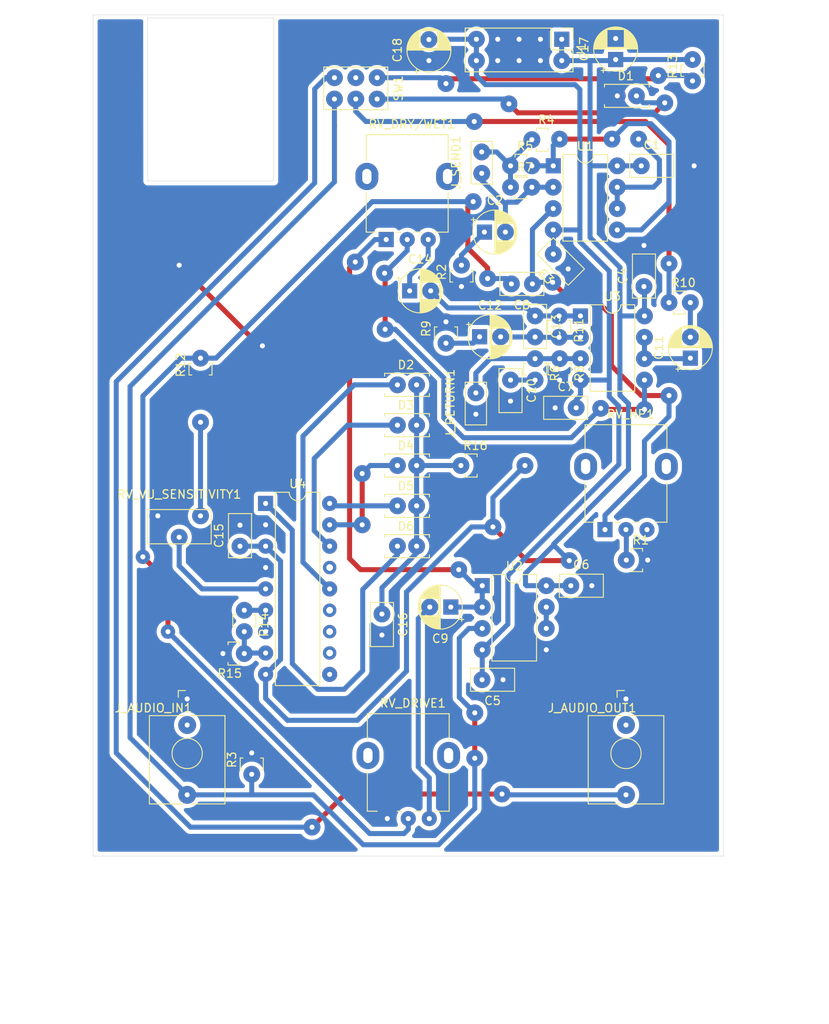
<source format=kicad_pcb>
(kicad_pcb (version 20171130) (host pcbnew "(5.1.7-0-10_14)")
  (layers (0 F.Cu signal) (31 B.Cu signal) (34 B.Paste user) (35 F.Paste user) (36 B.SilkS user) (37 F.SilkS user) (38 B.Mask user) (39 F.Mask user) (44 Edge.Cuts user))
  (net 0 "")
  (net 1 +12V)
  (net 2 GND)
  (net 3 "Net-(C2-Pad1)")
  (net 4 "Net-(C2-Pad2)")
  (net 5 -12V)
  (net 6 DRIVE)
  (net 7 "Net-(C8-Pad1)")
  (net 8 "Net-(C9-Pad2)")
  (net 9 "Net-(C9-Pad1)")
  (net 10 "Net-(C10-Pad1)")
  (net 11 "Net-(C11-Pad2)")
  (net 12 "Net-(C11-Pad1)")
  (net 13 "Net-(C12-Pad2)")
  (net 14 "Net-(C12-Pad1)")
  (net 15 "Net-(C13-Pad1)")
  (net 16 PREAMP)
  (net 17 "Net-(C16-Pad1)")
  (net 18 "Net-(D1-Pad2)")
  (net 19 "Net-(D2-Pad1)")
  (net 20 "Net-(D3-Pad1)")
  (net 21 "Net-(D4-Pad1)")
  (net 22 "Net-(D5-Pad1)")
  (net 23 "Net-(D6-Pad1)")
  (net 24 RAW_INPUT)
  (net 25 "Net-(J_AUDIO_OUT1-PadT)")
  (net 26 "Net-(J_RETURN1-Pad1)")
  (net 27 "Net-(J_SEND1-Pad1)")
  (net 28 "Net-(R1-Pad1)")
  (net 29 "Net-(R4-Pad2)")
  (net 30 "Net-(R5-Pad2)")
  (net 31 FX_OUTPUT)
  (net 32 "Net-(R12-Pad1)")
  (net 33 "Net-(R13-Pad1)")
  (net 34 "Net-(R14-Pad2)")
  (net 35 "Net-(R14-Pad1)")
  (net 36 "Net-(RV_DRY/WET1-Pad2)")
  (net 37 "Net-(RV_HP1-Pad3)")
  (net 38 "Net-(RV_VU_SENSITIVITY1-Pad2)")
  (net 39 "Net-(SW1-Pad4)")
  (net 40 "Net-(U2-Pad6)")
  (net 41 "Net-(U4-Pad10)")
  (net 42 "Net-(U4-Pad11)")
  (net 43 "Net-(U4-Pad12)")
  (net 44 "Net-(U4-Pad13)")
  (net 45 "Net-(U4-Pad15)")
  (net 46 "Net-(J_AUDIO_IN1-PadTN)")
  (net 47 "Net-(J_AUDIO_OUT1-PadTN)")
  (module Zimo_Manual_PCB:C_Disc_D5.0mm_W2.5mm_P2.50mm (layer F.Cu) (at 165.227 59.309)
    (fp_text reference C1 (at 1.25 -2.5) (layer F.SilkS))
    (fp_text value 100n)
    (pad 1 thru_hole circle (at 0 0) (size 2 2) (drill 0.6) (layers *.Cu *.Mask) (net 1 +12V))
    (pad 2 thru_hole circle (at 6.2865 0) (size 2 2) (drill 0.6) (layers *.Cu *.Mask) (net 2 GND))
  )
  (module Zimo_Manual_PCB:CP_Radial_D5.0mm_P2.50mm (layer F.Cu) (at 146.558 67.183)
    (fp_text reference C2 (at 1.25 -3.75) (layer F.SilkS))
    (fp_text value 10u)
    (pad 1 thru_hole rect (at 0 0) (size 1.8 1.8) (drill 0.6) (layers *.Cu *.Mask) (net 3 "Net-(C2-Pad1)"))
    (pad 2 thru_hole circle (at 2.5 0) (size 2 2) (drill 0.6) (layers *.Cu *.Mask) (net 4 "Net-(C2-Pad2)"))
  )
  (module Zimo_Manual_PCB:C_Disc_D5.0mm_W2.5mm_P2.50mm (layer F.Cu) (at 156.5275 71.5645 135)
    (fp_text reference C3 (at 1.25 -2.5 135) (layer F.SilkS))
    (fp_text value 100n)
    (pad 2 thru_hole circle (at 2.5 0 135) (size 2 2) (drill 0.6) (layers *.Cu *.Mask) (net 5 -12V))
    (pad 1 thru_hole circle (at 0 0 135) (size 2 2) (drill 0.6) (layers *.Cu *.Mask) (net 2 GND))
  )
  (module Zimo_Manual_PCB:C_Disc_D5.0mm_W2.5mm_P2.50mm (layer F.Cu) (at 165.5445 73.66 90)
    (fp_text reference C4 (at 1.25 -2.5 90) (layer F.SilkS))
    (fp_text value 100n)
    (pad 2 thru_hole circle (at 4.8895 0 90) (size 2 2) (drill 0.6) (layers *.Cu *.Mask) (net 2 GND))
    (pad 1 thru_hole circle (at 0 0 90) (size 2 2) (drill 0.6) (layers *.Cu *.Mask) (net 1 +12V))
  )
  (module Zimo_Manual_PCB:C_Disc_D5.0mm_W2.5mm_P2.50mm (layer F.Cu) (at 148.7805 120.396 180)
    (fp_text reference C5 (at 1.25 -2.5) (layer F.SilkS))
    (fp_text value 100n)
    (pad 1 thru_hole circle (at 0 0 180) (size 2 2) (drill 0.6) (layers *.Cu *.Mask) (net 2 GND))
    (pad 2 thru_hole circle (at 2.5 0 180) (size 2 2) (drill 0.6) (layers *.Cu *.Mask) (net 5 -12V))
  )
  (module Zimo_Manual_PCB:C_Disc_D5.0mm_W2.5mm_P2.50mm (layer F.Cu) (at 156.845 109.22)
    (fp_text reference C6 (at 1.25 -2.5) (layer F.SilkS))
    (fp_text value 100n)
    (pad 2 thru_hole circle (at 2.5 0) (size 2 2) (drill 0.6) (layers *.Cu *.Mask) (net 2 GND))
    (pad 1 thru_hole circle (at 0 0) (size 2 2) (drill 0.6) (layers *.Cu *.Mask) (net 1 +12V))
  )
  (module Zimo_Manual_PCB:C_Disc_D5.0mm_W2.5mm_P2.50mm (layer F.Cu) (at 154.98 88.0745)
    (fp_text reference C7 (at 1.25 -2.5) (layer F.SilkS))
    (fp_text value 100n)
    (pad 1 thru_hole circle (at 0 0) (size 2 2) (drill 0.6) (layers *.Cu *.Mask) (net 2 GND))
    (pad 2 thru_hole circle (at 2.5 0) (size 2 2) (drill 0.6) (layers *.Cu *.Mask) (net 5 -12V))
  )
  (module Zimo_Manual_PCB:C_Disc_D5.0mm_W2.5mm_P2.50mm (layer F.Cu) (at 152.273 73.3425 180)
    (fp_text reference C8 (at 1.25 -2.5) (layer F.SilkS))
    (fp_text value 47n)
    (pad 2 thru_hole circle (at 2.5 0 180) (size 2 2) (drill 0.6) (layers *.Cu *.Mask) (net 6 DRIVE))
    (pad 1 thru_hole circle (at 0 0 180) (size 2 2) (drill 0.6) (layers *.Cu *.Mask) (net 7 "Net-(C8-Pad1)"))
  )
  (module Zimo_Manual_PCB:CP_Radial_D5.0mm_P2.50mm (layer F.Cu) (at 142.5575 111.76 180)
    (fp_text reference C9 (at 1.25 -3.75) (layer F.SilkS))
    (fp_text value 10u)
    (pad 2 thru_hole circle (at 2.5 0 180) (size 2 2) (drill 0.6) (layers *.Cu *.Mask) (net 8 "Net-(C9-Pad2)"))
    (pad 1 thru_hole rect (at 0 0 180) (size 1.8 1.8) (drill 0.6) (layers *.Cu *.Mask) (net 9 "Net-(C9-Pad1)"))
  )
  (module Zimo_Manual_PCB:C_Disc_D5.0mm_W2.5mm_P2.50mm (layer F.Cu) (at 149.6695 84.7725 270)
    (fp_text reference C10 (at 1.25 -2.5 90) (layer F.SilkS))
    (fp_text value 22n)
    (pad 1 thru_hole circle (at 0 0 270) (size 2 2) (drill 0.6) (layers *.Cu *.Mask) (net 10 "Net-(C10-Pad1)"))
    (pad 2 thru_hole circle (at 2.5 0 270) (size 2 2) (drill 0.6) (layers *.Cu *.Mask) (net 2 GND))
  )
  (module Zimo_Manual_PCB:CP_Radial_D5.0mm_P2.50mm (layer F.Cu) (at 171.069 82.169 90)
    (fp_text reference C11 (at 1.25 -3.75 90) (layer F.SilkS))
    (fp_text value 10u)
    (pad 2 thru_hole circle (at 2.5 0 90) (size 2 2) (drill 0.6) (layers *.Cu *.Mask) (net 11 "Net-(C11-Pad2)"))
    (pad 1 thru_hole rect (at 0 0 90) (size 1.8 1.8) (drill 0.6) (layers *.Cu *.Mask) (net 12 "Net-(C11-Pad1)"))
  )
  (module Zimo_Manual_PCB:CP_Radial_D5.0mm_P2.50mm (layer F.Cu) (at 145.9865 79.629)
    (fp_text reference C12 (at 1.25 -3.75) (layer F.SilkS))
    (fp_text value 10u)
    (pad 2 thru_hole circle (at 2.5 0) (size 2 2) (drill 0.6) (layers *.Cu *.Mask) (net 13 "Net-(C12-Pad2)"))
    (pad 1 thru_hole rect (at 0 0) (size 1.8 1.8) (drill 0.6) (layers *.Cu *.Mask) (net 14 "Net-(C12-Pad1)"))
  )
  (module Zimo_Manual_PCB:C_Disc_D5.0mm_W2.5mm_P2.50mm (layer F.Cu) (at 152.5905 77.1525 270)
    (fp_text reference C13 (at 1.25 -2.5 90) (layer F.SilkS))
    (fp_text value 1n)
    (pad 2 thru_hole circle (at 2.5 0 270) (size 2 2) (drill 0.6) (layers *.Cu *.Mask) (net 13 "Net-(C12-Pad2)"))
    (pad 1 thru_hole circle (at 0 0 270) (size 2 2) (drill 0.6) (layers *.Cu *.Mask) (net 15 "Net-(C13-Pad1)"))
  )
  (module Zimo_Manual_PCB:CP_Radial_D5.0mm_P2.50mm (layer F.Cu) (at 137.668 74.168)
    (fp_text reference C14 (at 1.25 -3.75) (layer F.SilkS))
    (fp_text value 10u)
    (pad 1 thru_hole rect (at 0 0) (size 1.8 1.8) (drill 0.6) (layers *.Cu *.Mask) (net 16 PREAMP))
    (pad 2 thru_hole circle (at 2.5 0) (size 2 2) (drill 0.6) (layers *.Cu *.Mask) (net 15 "Net-(C13-Pad1)"))
  )
  (module Zimo_Manual_PCB:C_Disc_D5.0mm_W2.5mm_P2.50mm (layer F.Cu) (at 117.475 104.521 90)
    (fp_text reference C15 (at 1.25 -2.5 90) (layer F.SilkS))
    (fp_text value 100n)
    (pad 1 thru_hole circle (at 0 0 90) (size 2 2) (drill 0.6) (layers *.Cu *.Mask) (net 1 +12V))
    (pad 2 thru_hole circle (at 2.5 0 90) (size 2 2) (drill 0.6) (layers *.Cu *.Mask) (net 2 GND))
  )
  (module Zimo_Manual_PCB:C_Disc_D5.0mm_W2.5mm_P2.50mm (layer F.Cu) (at 134.366 112.5855 270)
    (fp_text reference C16 (at 1.25 -2.5 90) (layer F.SilkS))
    (fp_text value 100n)
    (pad 2 thru_hole circle (at 2.5 0 270) (size 2 2) (drill 0.6) (layers *.Cu *.Mask) (net 2 GND))
    (pad 1 thru_hole circle (at 0 0 270) (size 2 2) (drill 0.6) (layers *.Cu *.Mask) (net 17 "Net-(C16-Pad1)"))
  )
  (module Zimo_Manual_PCB:D_Axial-Vertical (layer F.Cu) (at 162.3695 50.9905)
    (fp_text reference D1 (at 1.016 -2.37) (layer F.SilkS))
    (fp_text value "Green LED")
    (pad 2 thru_hole oval (at 2.286 0) (size 2 2) (drill 0.6) (layers *.Cu *.Mask) (net 18 "Net-(D1-Pad2)"))
    (pad 1 thru_hole circle (at 0 0) (size 2 2) (drill 0.6) (layers *.Cu *.Mask) (net 2 GND))
  )
  (module Zimo_Manual_PCB:D_Axial-Vertical (layer F.Cu) (at 136.2075 85.344)
    (fp_text reference D2 (at 1.016 -2.37) (layer F.SilkS))
    (fp_text value "Red LED")
    (pad 1 thru_hole circle (at 0 0) (size 2 2) (drill 0.6) (layers *.Cu *.Mask) (net 19 "Net-(D2-Pad1)"))
    (pad 2 thru_hole oval (at 2.286 0) (size 2 2) (drill 0.6) (layers *.Cu *.Mask) (net 17 "Net-(C16-Pad1)"))
  )
  (module Zimo_Manual_PCB:D_Axial-Vertical (layer F.Cu) (at 136.2075 90.13825)
    (fp_text reference D3 (at 1.016 -2.37) (layer F.SilkS))
    (fp_text value "Yellow LED")
    (pad 2 thru_hole oval (at 2.286 0) (size 2 2) (drill 0.6) (layers *.Cu *.Mask) (net 17 "Net-(C16-Pad1)"))
    (pad 1 thru_hole circle (at 0 0) (size 2 2) (drill 0.6) (layers *.Cu *.Mask) (net 20 "Net-(D3-Pad1)"))
  )
  (module Zimo_Manual_PCB:D_Axial-Vertical (layer F.Cu) (at 136.2075 94.9325)
    (fp_text reference D4 (at 1.016 -2.37) (layer F.SilkS))
    (fp_text value "Green LED")
    (pad 1 thru_hole circle (at 0 0) (size 2 2) (drill 0.6) (layers *.Cu *.Mask) (net 21 "Net-(D4-Pad1)"))
    (pad 2 thru_hole oval (at 2.286 0) (size 2 2) (drill 0.6) (layers *.Cu *.Mask) (net 17 "Net-(C16-Pad1)"))
  )
  (module Zimo_Manual_PCB:D_Axial-Vertical (layer F.Cu) (at 136.2075 99.72675)
    (fp_text reference D5 (at 1.016 -2.37) (layer F.SilkS))
    (fp_text value "Green LED")
    (pad 2 thru_hole oval (at 2.286 0) (size 2 2) (drill 0.6) (layers *.Cu *.Mask) (net 17 "Net-(C16-Pad1)"))
    (pad 1 thru_hole circle (at 0 0) (size 2 2) (drill 0.6) (layers *.Cu *.Mask) (net 22 "Net-(D5-Pad1)"))
  )
  (module Zimo_Manual_PCB:D_Axial-Vertical (layer F.Cu) (at 136.2075 104.521)
    (fp_text reference D6 (at 1.016 -2.37) (layer F.SilkS))
    (fp_text value "Green LED")
    (pad 1 thru_hole circle (at 0 0) (size 2 2) (drill 0.6) (layers *.Cu *.Mask) (net 23 "Net-(D6-Pad1)"))
    (pad 2 thru_hole oval (at 2.286 0) (size 2 2) (drill 0.6) (layers *.Cu *.Mask) (net 17 "Net-(C16-Pad1)"))
  )
  (module Zimo_Manual_PCB:Eurorack_Power_Supply (layer F.Cu) (at 155.7655 44.2595 270)
    (fp_text reference J1 (at 1.27 -2.33 90) (layer F.SilkS))
    (fp_text value "Eurorack power")
    (pad 10 thru_hole oval (at 2.54 10.16 270) (size 2 2) (drill 0.6) (layers *.Cu *.Mask) (net 5 -12V))
    (pad 9 thru_hole oval (at 0 10.16 270) (size 2 2) (drill 0.6) (layers *.Cu *.Mask) (net 5 -12V))
    (pad 8 thru_hole oval (at 2.54 7.62 270) (size 2 2) (drill 0.6) (layers *.Cu *.Mask) (net 2 GND))
    (pad 7 thru_hole oval (at 0 7.62 270) (size 2 2) (drill 0.6) (layers *.Cu *.Mask) (net 2 GND))
    (pad 6 thru_hole oval (at 2.54 5.08 270) (size 2 2) (drill 0.6) (layers *.Cu *.Mask) (net 2 GND))
    (pad 5 thru_hole oval (at 0 5.08 270) (size 2 2) (drill 0.6) (layers *.Cu *.Mask) (net 2 GND))
    (pad 4 thru_hole oval (at 2.54 2.54 270) (size 2 2) (drill 0.6) (layers *.Cu *.Mask) (net 2 GND))
    (pad 3 thru_hole oval (at 0 2.54 270) (size 2 2) (drill 0.6) (layers *.Cu *.Mask) (net 2 GND))
    (pad 2 thru_hole oval (at 2.54 0 270) (size 2 2) (drill 0.6) (layers *.Cu *.Mask) (net 1 +12V))
    (pad 1 thru_hole rect (at 0 0 270) (size 1.8 1.8) (drill 0.6) (layers *.Cu *.Mask) (net 1 +12V))
  )
  (module Zimo_Manual_PCB:NSL25_01x02_Vertical (layer F.Cu) (at 145.542 86.2965 270)
    (fp_text reference J_RETURN1 (at 1.27 3.048 90) (layer F.SilkS))
    (fp_text value "Reverb return")
    (pad 1 thru_hole circle (at 0 0 270) (size 2 2) (drill 0.6) (layers *.Cu *.Mask) (net 26 "Net-(J_RETURN1-Pad1)"))
    (pad 2 thru_hole circle (at 2.54 0 270) (size 2 2) (drill 0.6) (layers *.Cu *.Mask) (net 2 GND))
  )
  (module Zimo_Manual_PCB:NSL25_01x02_Vertical (layer F.Cu) (at 146.2405 57.658 270)
    (fp_text reference J_SEND1 (at 1.27 3.048 90) (layer F.SilkS))
    (fp_text value "Reverb send")
    (pad 2 thru_hole circle (at 2.54 0 270) (size 2 2) (drill 0.6) (layers *.Cu *.Mask) (net 4 "Net-(C2-Pad2)"))
    (pad 1 thru_hole circle (at 0 0 270) (size 2 2) (drill 0.6) (layers *.Cu *.Mask) (net 27 "Net-(J_SEND1-Pad1)"))
  )
  (module Zimo_Manual_PCB:R_Axial_Vertical (layer F.Cu) (at 163.449 106.172)
    (fp_text reference R1 (at 1.7272 -2.3622) (layer F.SilkS))
    (fp_text value 10k)
    (pad 2 thru_hole oval (at 2.54 0) (size 2 2) (drill 0.6) (layers *.Cu *.Mask) (net 2 GND))
    (pad 1 thru_hole circle (at 0 0) (size 2 2) (drill 0.6) (layers *.Cu *.Mask) (net 28 "Net-(R1-Pad1)"))
  )
  (module Zimo_Manual_PCB:R_Axial_Vertical (layer F.Cu) (at 143.8275 73.66 90)
    (fp_text reference R2 (at 1.7272 -2.3622 90) (layer F.SilkS))
    (fp_text value 150)
    (pad 1 thru_hole circle (at 0 0 90) (size 2 2) (drill 0.6) (layers *.Cu *.Mask) (net 2 GND))
    (pad 2 thru_hole oval (at 2.54 0 90) (size 2 2) (drill 0.6) (layers *.Cu *.Mask) (net 3 "Net-(C2-Pad1)"))
  )
  (module Zimo_Manual_PCB:R_Axial_Vertical (layer F.Cu) (at 118.872 131.6355 90)
    (fp_text reference R3 (at 1.7272 -2.3622 90) (layer F.SilkS))
    (fp_text value 22k)
    (pad 2 thru_hole oval (at 2.54 0 90) (size 2 2) (drill 0.6) (layers *.Cu *.Mask) (net 2 GND))
    (pad 1 thru_hole circle (at 0 0 90) (size 2 2) (drill 0.6) (layers *.Cu *.Mask) (net 24 RAW_INPUT))
  )
  (module Zimo_Manual_PCB:R_Axial_Vertical (layer F.Cu) (at 152.2095 56.1975)
    (fp_text reference R4 (at 1.7272 -2.3622) (layer F.SilkS))
    (fp_text value 10)
    (pad 2 thru_hole oval (at 12.7 -0.0635) (size 2 2) (drill 0.6) (layers *.Cu *.Mask) (net 29 "Net-(R4-Pad2)"))
    (pad 1 thru_hole circle (at 0 0) (size 2 2) (drill 0.6) (layers *.Cu *.Mask) (net 27 "Net-(J_SEND1-Pad1)"))
  )
  (module Zimo_Manual_PCB:R_Axial_Vertical (layer F.Cu) (at 149.6695 59.309)
    (fp_text reference R5 (at 1.7272 -2.3622) (layer F.SilkS))
    (fp_text value 10)
    (pad 1 thru_hole circle (at 0 0) (size 2 2) (drill 0.6) (layers *.Cu *.Mask) (net 27 "Net-(J_SEND1-Pad1)"))
    (pad 2 thru_hole oval (at 2.54 0) (size 2 2) (drill 0.6) (layers *.Cu *.Mask) (net 30 "Net-(R5-Pad2)"))
  )
  (module Zimo_Manual_PCB:R_Axial_Vertical (layer F.Cu) (at 152.5905 82.2325 270)
    (fp_text reference R6 (at 1.7272 -2.3622 90) (layer F.SilkS))
    (fp_text value 2.2k)
    (pad 1 thru_hole circle (at 0 0 270) (size 2 2) (drill 0.6) (layers *.Cu *.Mask) (net 26 "Net-(J_RETURN1-Pad1)"))
    (pad 2 thru_hole oval (at 2.54 0 270) (size 2 2) (drill 0.6) (layers *.Cu *.Mask) (net 10 "Net-(C10-Pad1)"))
  )
  (module Zimo_Manual_PCB:R_Axial_Vertical (layer F.Cu) (at 149.6695 61.849)
    (fp_text reference R7 (at 1.7272 -2.3622) (layer F.SilkS))
    (fp_text value 3.3k)
    (pad 2 thru_hole oval (at 2.54 0) (size 2 2) (drill 0.6) (layers *.Cu *.Mask) (net 4 "Net-(C2-Pad2)"))
    (pad 1 thru_hole circle (at 0 0) (size 2 2) (drill 0.6) (layers *.Cu *.Mask) (net 27 "Net-(J_SEND1-Pad1)"))
  )
  (module Zimo_Manual_PCB:R_Axial_Vertical (layer F.Cu) (at 155.5115 82.2325 270)
    (fp_text reference R8 (at 1.7272 -2.3622 90) (layer F.SilkS))
    (fp_text value 100k)
    (pad 1 thru_hole circle (at 0 0 270) (size 2 2) (drill 0.6) (layers *.Cu *.Mask) (net 26 "Net-(J_RETURN1-Pad1)"))
    (pad 2 thru_hole oval (at 2.54 0 270) (size 2 2) (drill 0.6) (layers *.Cu *.Mask) (net 2 GND))
  )
  (module Zimo_Manual_PCB:R_Axial_Vertical (layer F.Cu) (at 141.986 80.391 90)
    (fp_text reference R9 (at 1.7272 -2.3622 90) (layer F.SilkS))
    (fp_text value 220)
    (pad 1 thru_hole circle (at 0 0 90) (size 2 2) (drill 0.6) (layers *.Cu *.Mask) (net 14 "Net-(C12-Pad1)"))
    (pad 2 thru_hole oval (at 2.54 0 90) (size 2 2) (drill 0.6) (layers *.Cu *.Mask) (net 2 GND))
  )
  (module Zimo_Manual_PCB:R_Axial_Vertical (layer F.Cu) (at 168.529 75.565)
    (fp_text reference R10 (at 1.7272 -2.3622) (layer F.SilkS))
    (fp_text value 100)
    (pad 1 thru_hole circle (at 0 0) (size 2 2) (drill 0.6) (layers *.Cu *.Mask) (net 31 FX_OUTPUT))
    (pad 2 thru_hole oval (at 2.54 0) (size 2 2) (drill 0.6) (layers *.Cu *.Mask) (net 11 "Net-(C11-Pad2)"))
  )
  (module Zimo_Manual_PCB:R_Axial_Vertical (layer F.Cu) (at 155.448 77.1525 270)
    (fp_text reference R11 (at 1.7272 -2.3622 90) (layer F.SilkS))
    (fp_text value 22k)
    (pad 2 thru_hole oval (at 2.54 0 270) (size 2 2) (drill 0.6) (layers *.Cu *.Mask) (net 13 "Net-(C12-Pad2)"))
    (pad 1 thru_hole circle (at 0 0 270) (size 2 2) (drill 0.6) (layers *.Cu *.Mask) (net 15 "Net-(C13-Pad1)"))
  )
  (module Zimo_Manual_PCB:R_Axial_Vertical (layer F.Cu) (at 112.776 84.709 90)
    (fp_text reference R12 (at 1.7272 -2.3622 90) (layer F.SilkS))
    (fp_text value 1k)
    (pad 2 thru_hole oval (at 2.54 0 90) (size 2 2) (drill 0.6) (layers *.Cu *.Mask) (net 6 DRIVE))
    (pad 1 thru_hole circle (at -5.08 0 90) (size 2 2) (drill 0.6) (layers *.Cu *.Mask) (net 32 "Net-(R12-Pad1)"))
  )
  (module Zimo_Manual_PCB:R_Axial_Vertical (layer F.Cu) (at 171.323 49.2125 90)
    (fp_text reference R13 (at 1.7272 -2.3622 90) (layer F.SilkS))
    (fp_text value 1k)
    (pad 1 thru_hole circle (at 0 0 90) (size 2 2) (drill 0.6) (layers *.Cu *.Mask) (net 33 "Net-(R13-Pad1)"))
    (pad 2 thru_hole oval (at 2.54 0 90) (size 2 2) (drill 0.6) (layers *.Cu *.Mask) (net 1 +12V))
  )
  (module Zimo_Manual_PCB:R_Axial_Vertical (layer F.Cu) (at 117.983 112.141 270)
    (fp_text reference R14 (at 1.7272 -2.3622 90) (layer F.SilkS))
    (fp_text value 1k)
    (pad 2 thru_hole oval (at 2.54 0 270) (size 2 2) (drill 0.6) (layers *.Cu *.Mask) (net 34 "Net-(R14-Pad2)"))
    (pad 1 thru_hole circle (at 0 0 270) (size 2 2) (drill 0.6) (layers *.Cu *.Mask) (net 35 "Net-(R14-Pad1)"))
  )
  (module Zimo_Manual_PCB:R_Axial_Vertical (layer F.Cu) (at 117.983 117.2845 180)
    (fp_text reference R15 (at 1.7272 -2.3622) (layer F.SilkS))
    (fp_text value 2k)
    (pad 2 thru_hole oval (at 2.54 0 180) (size 2 2) (drill 0.6) (layers *.Cu *.Mask) (net 2 GND))
    (pad 1 thru_hole circle (at 0 0 180) (size 2 2) (drill 0.6) (layers *.Cu *.Mask) (net 34 "Net-(R14-Pad2)"))
  )
  (module Zimo_Manual_PCB:R_Axial_Vertical (layer F.Cu) (at 143.764 94.9325)
    (fp_text reference R16 (at 1.7272 -2.3622) (layer F.SilkS))
    (fp_text value 150)
    (pad 1 thru_hole circle (at 0 0) (size 2 2) (drill 0.6) (layers *.Cu *.Mask) (net 17 "Net-(C16-Pad1)"))
    (pad 2 thru_hole oval (at 7.62 0) (size 2 2) (drill 0.6) (layers *.Cu *.Mask) (net 1 +12V))
  )
  (module Zimo_Manual_PCB:Potentiometer_Alpha_RD901F-40-00D_Single_Vertical (layer F.Cu) (at 137.54 129.286)
    (fp_text reference RV_DRIVE1 (at 0.508 -6.096) (layer F.SilkS))
    (fp_text value 10k)
    (pad "" thru_hole oval (at -4.84 0.12 180) (size 2.72 3.24) (drill oval 1.1 1.8) (layers *.Cu *.Mask))
    (pad "" thru_hole oval (at 4.76 0.12 180) (size 2.72 3.24) (drill oval 1.1 1.8) (layers *.Cu *.Mask))
    (pad 3 thru_hole circle (at 2.46 7.62 180) (size 1.8 1.8) (drill 0.6) (layers *.Cu *.Mask) (net 8 "Net-(C9-Pad2)"))
    (pad 2 thru_hole circle (at -0.04 7.62 180) (size 1.8 1.8) (drill 0.6) (layers *.Cu *.Mask) (net 6 DRIVE))
    (pad 1 thru_hole rect (at -2.54 7.62 180) (size 1.8 1.8) (drill 0.6) (layers *.Cu *.Mask) (net 2 GND))
  )
  (module Zimo_Manual_PCB:Potentiometer_Alpha_RD901F-40-00D_Single_Vertical (layer F.Cu) (at 137.414 60.452)
    (fp_text reference RV_DRY/WET1 (at 0.508 -6.096) (layer F.SilkS))
    (fp_text value 10k)
    (pad 1 thru_hole rect (at -2.54 7.62 180) (size 1.8 1.8) (drill 0.6) (layers *.Cu *.Mask) (net 9 "Net-(C9-Pad1)"))
    (pad 2 thru_hole circle (at -0.04 7.62 180) (size 1.8 1.8) (drill 0.6) (layers *.Cu *.Mask) (net 36 "Net-(RV_DRY/WET1-Pad2)"))
    (pad 3 thru_hole circle (at 2.46 7.62 180) (size 1.8 1.8) (drill 0.6) (layers *.Cu *.Mask) (net 16 PREAMP))
    (pad "" thru_hole oval (at 4.76 0.12 180) (size 2.72 3.24) (drill oval 1.1 1.8) (layers *.Cu *.Mask))
    (pad "" thru_hole oval (at -4.84 0.12 180) (size 2.72 3.24) (drill oval 1.1 1.8) (layers *.Cu *.Mask))
  )
  (module Zimo_Manual_PCB:Potentiometer_Alpha_RD901F-40-00D_Single_Vertical (layer F.Cu) (at 163.449 94.9325)
    (fp_text reference RV_HP1 (at 0.508 -6.096) (layer F.SilkS))
    (fp_text value 100k)
    (pad 1 thru_hole rect (at -2.54 7.62 180) (size 1.8 1.8) (drill 0.6) (layers *.Cu *.Mask) (net 7 "Net-(C8-Pad1)"))
    (pad 2 thru_hole circle (at -0.04 7.62 180) (size 1.8 1.8) (drill 0.6) (layers *.Cu *.Mask) (net 28 "Net-(R1-Pad1)"))
    (pad 3 thru_hole circle (at 2.46 7.62 180) (size 1.8 1.8) (drill 0.6) (layers *.Cu *.Mask) (net 37 "Net-(RV_HP1-Pad3)"))
    (pad "" thru_hole oval (at 4.76 0.12 180) (size 2.72 3.24) (drill oval 1.1 1.8) (layers *.Cu *.Mask))
    (pad "" thru_hole oval (at -4.84 0.12 180) (size 2.72 3.24) (drill oval 1.1 1.8) (layers *.Cu *.Mask))
  )
  (module Zimo_Manual_PCB:TrimPot_Vertical (layer F.Cu) (at 112.776 101.9175 180)
    (fp_text reference RV_VU_SENSITIVITY1 (at 2.54 3.556) (layer F.SilkS))
    (fp_text value 100k)
    (pad 1 thru_hole circle (at 0 1 180) (size 2 2) (drill 0.6) (layers *.Cu *.Mask) (net 32 "Net-(R12-Pad1)"))
    (pad 2 thru_hole circle (at 2.54 -1.54 180) (size 2 2) (drill 0.6) (layers *.Cu *.Mask) (net 38 "Net-(RV_VU_SENSITIVITY1-Pad2)"))
    (pad 3 thru_hole circle (at 5.08 1 180) (size 2 2) (drill 0.6) (layers *.Cu *.Mask) (net 2 GND))
  )
  (module Zimo_Manual_PCB:Switch_DPDT (layer F.Cu) (at 131.2545 50.1015 90)
    (fp_text reference SW1 (at 0 5.08 90) (layer F.SilkS))
    (fp_text value SW_Push_DPDT)
    (pad 3 thru_hole circle (at -1.27 0 90) (size 2 2) (drill 0.6) (layers *.Cu *.Mask) (net 31 FX_OUTPUT))
    (pad 2 thru_hole circle (at 1.27 -2.54 90) (size 2 2) (drill 0.6) (layers *.Cu *.Mask) (net 25 "Net-(J_AUDIO_OUT1-PadT)"))
    (pad 1 thru_hole circle (at -1.27 -2.54 90) (size 2 2) (drill 0.6) (layers *.Cu *.Mask) (net 24 RAW_INPUT))
    (pad 4 thru_hole circle (at 1.27 0 90) (size 2 2) (drill 0.6) (layers *.Cu *.Mask) (net 39 "Net-(SW1-Pad4)"))
    (pad 5 thru_hole circle (at -1.27 2.54 90) (size 2 2) (drill 0.6) (layers *.Cu *.Mask) (net 18 "Net-(D1-Pad2)"))
    (pad 6 thru_hole circle (at 1.27 2.54 90) (size 2 2) (drill 0.6) (layers *.Cu *.Mask) (net 33 "Net-(R13-Pad1)"))
  )
  (module Zimo_Manual_PCB:DIP-8_W7.62mm (layer F.Cu) (at 154.7495 59.309)
    (fp_text reference U1 (at 3.81 -2.33) (layer F.SilkS))
    (fp_text value NE5532)
    (pad 8 thru_hole oval (at 7.62 0) (size 2 2) (drill 0.6) (layers *.Cu *.Mask) (net 1 +12V))
    (pad 4 thru_hole oval (at 0 7.62) (size 2 2) (drill 0.6) (layers *.Cu *.Mask) (net 5 -12V))
    (pad 7 thru_hole oval (at 7.62 2.54) (size 2 2) (drill 0.6) (layers *.Cu *.Mask) (net 29 "Net-(R4-Pad2)"))
    (pad 3 thru_hole oval (at 0 5.08) (size 2 2) (drill 0.6) (layers *.Cu *.Mask) (net 7 "Net-(C8-Pad1)"))
    (pad 6 thru_hole oval (at 7.62 5.08) (size 2 2) (drill 0.6) (layers *.Cu *.Mask) (net 29 "Net-(R4-Pad2)"))
    (pad 2 thru_hole oval (at 0 2.54) (size 2 2) (drill 0.6) (layers *.Cu *.Mask) (net 4 "Net-(C2-Pad2)"))
    (pad 5 thru_hole oval (at 7.62 7.62) (size 2 2) (drill 0.6) (layers *.Cu *.Mask) (net 30 "Net-(R5-Pad2)"))
    (pad 1 thru_hole rect (at 0 0) (size 1.8 1.8) (drill 0.6) (layers *.Cu *.Mask) (net 30 "Net-(R5-Pad2)"))
  )
  (module Zimo_Manual_PCB:DIP-8_W7.62mm (layer F.Cu) (at 146.304 109.22)
    (fp_text reference U2 (at 3.81 -2.33) (layer F.SilkS))
    (fp_text value NE5532)
    (pad 1 thru_hole rect (at 0 0) (size 1.8 1.8) (drill 0.6) (layers *.Cu *.Mask) (net 9 "Net-(C9-Pad1)"))
    (pad 5 thru_hole oval (at 7.62 7.62) (size 2 2) (drill 0.6) (layers *.Cu *.Mask) (net 2 GND))
    (pad 2 thru_hole oval (at 0 2.54) (size 2 2) (drill 0.6) (layers *.Cu *.Mask) (net 9 "Net-(C9-Pad1)"))
    (pad 6 thru_hole oval (at 7.62 5.08) (size 2 2) (drill 0.6) (layers *.Cu *.Mask) (net 40 "Net-(U2-Pad6)"))
    (pad 3 thru_hole oval (at 0 5.08) (size 2 2) (drill 0.6) (layers *.Cu *.Mask) (net 24 RAW_INPUT))
    (pad 7 thru_hole oval (at 7.62 2.54) (size 2 2) (drill 0.6) (layers *.Cu *.Mask) (net 40 "Net-(U2-Pad6)"))
    (pad 4 thru_hole oval (at 0 7.62) (size 2 2) (drill 0.6) (layers *.Cu *.Mask) (net 5 -12V))
    (pad 8 thru_hole oval (at 7.62 0) (size 2 2) (drill 0.6) (layers *.Cu *.Mask) (net 1 +12V))
  )
  (module Zimo_Manual_PCB:DIP-8_W7.62mm (layer F.Cu) (at 157.988 77.1525)
    (fp_text reference U3 (at 3.81 -2.33) (layer F.SilkS))
    (fp_text value NE5532)
    (pad 8 thru_hole oval (at 7.62 0) (size 2 2) (drill 0.6) (layers *.Cu *.Mask) (net 1 +12V))
    (pad 4 thru_hole oval (at 0 7.62) (size 2 2) (drill 0.6) (layers *.Cu *.Mask) (net 5 -12V))
    (pad 7 thru_hole oval (at 7.62 2.54) (size 2 2) (drill 0.6) (layers *.Cu *.Mask) (net 12 "Net-(C11-Pad1)"))
    (pad 3 thru_hole oval (at 0 5.08) (size 2 2) (drill 0.6) (layers *.Cu *.Mask) (net 26 "Net-(J_RETURN1-Pad1)"))
    (pad 6 thru_hole oval (at 7.62 5.08) (size 2 2) (drill 0.6) (layers *.Cu *.Mask) (net 12 "Net-(C11-Pad1)"))
    (pad 2 thru_hole oval (at 0 2.54) (size 2 2) (drill 0.6) (layers *.Cu *.Mask) (net 13 "Net-(C12-Pad2)"))
    (pad 5 thru_hole oval (at 7.62 7.62) (size 2 2) (drill 0.6) (layers *.Cu *.Mask) (net 36 "Net-(RV_DRY/WET1-Pad2)"))
    (pad 1 thru_hole rect (at 0 0) (size 1.8 1.8) (drill 0.6) (layers *.Cu *.Mask) (net 15 "Net-(C13-Pad1)"))
  )
  (module Package_DIP:DIP-18_W7.62mm (layer F.Cu) (at 120.523 99.441)
    (fp_text reference U4 (at 3.81 -2.33) (layer F.SilkS))
    (fp_text value LM3915N)
    (pad 1 thru_hole rect (at 0 0) (size 1.8 1.8) (drill 0.6) (layers *.Cu *.Mask) (net 23 "Net-(D6-Pad1)"))
    (pad 10 thru_hole oval (at 7.62 20.32) (size 1.8 1.8) (drill 0.6) (layers *.Cu *.Mask) (net 41 "Net-(U4-Pad10)"))
    (pad 2 thru_hole oval (at 0 2.54) (size 1.8 1.8) (drill 0.6) (layers *.Cu *.Mask) (net 2 GND))
    (pad 11 thru_hole oval (at 7.62 17.78) (size 1.6 1.6) (drill 0.8) (layers *.Cu *.Mask) (net 42 "Net-(U4-Pad11)"))
    (pad 3 thru_hole oval (at 0 5.08) (size 1.8 1.8) (drill 0.6) (layers *.Cu *.Mask) (net 1 +12V))
    (pad 12 thru_hole oval (at 7.62 15.24) (size 1.6 1.6) (drill 0.8) (layers *.Cu *.Mask) (net 43 "Net-(U4-Pad12)"))
    (pad 4 thru_hole oval (at 0 7.62) (size 1.8 1.8) (drill 0.6) (layers *.Cu *.Mask) (net 2 GND))
    (pad 13 thru_hole oval (at 7.62 12.7) (size 1.6 1.6) (drill 0.8) (layers *.Cu *.Mask) (net 44 "Net-(U4-Pad13)"))
    (pad 5 thru_hole oval (at 0 10.16) (size 1.8 1.8) (drill 0.6) (layers *.Cu *.Mask) (net 38 "Net-(RV_VU_SENSITIVITY1-Pad2)"))
    (pad 14 thru_hole oval (at 7.62 10.16) (size 1.8 1.8) (drill 0.6) (layers *.Cu *.Mask) (net 19 "Net-(D2-Pad1)"))
    (pad 6 thru_hole oval (at 0 12.7) (size 1.8 1.8) (drill 0.6) (layers *.Cu *.Mask) (net 35 "Net-(R14-Pad1)"))
    (pad 15 thru_hole oval (at 7.62 7.62) (size 1.6 1.6) (drill 0.8) (layers *.Cu *.Mask) (net 45 "Net-(U4-Pad15)"))
    (pad 7 thru_hole oval (at 0 15.24) (size 1.8 1.8) (drill 0.6) (layers *.Cu *.Mask) (net 35 "Net-(R14-Pad1)"))
    (pad 16 thru_hole oval (at 7.62 5.08) (size 1.8 1.8) (drill 0.6) (layers *.Cu *.Mask) (net 20 "Net-(D3-Pad1)"))
    (pad 8 thru_hole oval (at 0 17.78) (size 1.8 1.8) (drill 0.6) (layers *.Cu *.Mask) (net 34 "Net-(R14-Pad2)"))
    (pad 17 thru_hole oval (at 7.62 2.54) (size 1.8 1.8) (drill 0.6) (layers *.Cu *.Mask) (net 21 "Net-(D4-Pad1)"))
    (pad 9 thru_hole oval (at 0 20.32) (size 1.8 1.8) (drill 0.6) (layers *.Cu *.Mask) (net 1 +12V))
    (pad 18 thru_hole oval (at 7.62 0) (size 1.8 1.8) (drill 0.6) (layers *.Cu *.Mask) (net 22 "Net-(D5-Pad1)"))
  )
  (module Zimo_Manual_PCB:Jack_3.5mm_Thonkiconn (layer F.Cu) (at 111.1885 122.682)
    (fp_text reference J_AUDIO_IN1 (at -4.03 1.08 180) (layer F.SilkS))
    (fp_text value "Audio In")
    (pad TN thru_hole circle (at 0 3.1 180) (size 2.13 2.13) (drill 0.6) (layers *.Cu *.Mask) (net 46 "Net-(J_AUDIO_IN1-PadTN)"))
    (pad G thru_hole rect (at 0 0 180) (size 1.93 1.83) (drill 0.6) (layers *.Cu *.Mask) (net 2 GND))
    (pad T thru_hole circle (at 0 11.4 180) (size 2.13 2.13) (drill 0.6) (layers *.Cu *.Mask) (net 24 RAW_INPUT))
  )
  (module Zimo_Manual_PCB:Jack_3.5mm_Thonkiconn (layer F.Cu) (at 163.409 122.682)
    (fp_text reference J_AUDIO_OUT1 (at -4.03 1.08 180) (layer F.SilkS))
    (fp_text value "Audio Out")
    (pad T thru_hole circle (at 0 11.4 180) (size 2.13 2.13) (drill 0.6) (layers *.Cu *.Mask) (net 25 "Net-(J_AUDIO_OUT1-PadT)"))
    (pad G thru_hole rect (at 0 0 180) (size 1.93 1.83) (drill 0.6) (layers *.Cu *.Mask) (net 2 GND))
    (pad TN thru_hole circle (at 0 3.1 180) (size 2.13 2.13) (drill 0.6) (layers *.Cu *.Mask) (net 47 "Net-(J_AUDIO_OUT1-PadTN)"))
  )
  (module Zimo_Manual_PCB:CP_Radial_D5.0mm_P2.50mm (layer F.Cu) (at 162.179 46.6725 90)
    (fp_text reference C17 (at 1.25 -3.75 90) (layer F.SilkS))
    (fp_text value 10u)
    (pad 2 thru_hole circle (at 2.5 0 90) (size 2 2) (drill 0.6) (layers *.Cu *.Mask) (net 2 GND))
    (pad 1 thru_hole rect (at 0 0 90) (size 1.8 1.8) (drill 0.6) (layers *.Cu *.Mask) (net 1 +12V))
  )
  (module Zimo_Manual_PCB:CP_Radial_D5.0mm_P2.50mm (layer F.Cu) (at 139.954 46.7995 90)
    (fp_text reference C18 (at 1.25 -3.75 90) (layer F.SilkS))
    (fp_text value 10u)
    (pad 1 thru_hole rect (at 0 0 90) (size 1.8 1.8) (drill 0.6) (layers *.Cu *.Mask) (net 2 GND))
    (pad 2 thru_hole circle (at 2.5 0 90) (size 2 2) (drill 0.6) (layers *.Cu *.Mask) (net 5 -12V))
  )
  (gr_line (start 106.4975 61.11) (end 106.4755 41.7195) (layer Edge.Cuts) (width 0.05))
  (gr_line (start 121.4975 61.11) (end 106.4975 61.11) (layer Edge.Cuts) (width 0.05))
  (gr_line (start 121.4975 41.7195) (end 121.4975 61.11) (layer Edge.Cuts) (width 0.05))
  (gr_line (start 106.4755 41.7195) (end 121.4975 41.7195) (layer Edge.Cuts) (width 0.05))
  (gr_line (start 100 141.364) (end 100 41.364) (layer Edge.Cuts) (width 0.05))
  (gr_line (start 175 141.364) (end 100 141.364) (layer Edge.Cuts) (width 0.05))
  (gr_line (start 175 41.364) (end 175 141.364) (layer Edge.Cuts) (width 0.05))
  (gr_line (start 100 41.364) (end 175 41.364) (layer Edge.Cuts) (width 0.05))
  (segment (start 155.7655 44.2595) (end 155.7655 46.7995) (width 0.6) (layer B.Cu) (net 1))
  (segment (start 162.052 46.7995) (end 162.179 46.6725) (width 0.6) (layer B.Cu) (net 1))
  (segment (start 155.7655 46.7995) (end 159.8295 46.7995) (width 0.6) (layer B.Cu) (net 1))
  (segment (start 159.8295 46.7995) (end 162.052 46.7995) (width 0.6) (layer B.Cu) (net 1))
  (segment (start 151.5745 109.22) (end 153.924 109.22) (width 0.6) (layer B.Cu) (net 1))
  (segment (start 151.4475 109.093) (end 151.5745 109.22) (width 0.6) (layer B.Cu) (net 1))
  (segment (start 151.4475 107.7595) (end 151.4475 109.093) (width 0.6) (layer B.Cu) (net 1))
  (segment (start 159.8295 46.7995) (end 159.131 46.7995) (width 0.6) (layer B.Cu) (net 1))
  (segment (start 159.131 67.818) (end 162.687 71.374) (width 0.6) (layer B.Cu) (net 1))
  (segment (start 159.258 59.309) (end 159.131 59.182) (width 0.6) (layer B.Cu) (net 1))
  (segment (start 162.3695 59.309) (end 159.258 59.309) (width 0.6) (layer B.Cu) (net 1))
  (segment (start 159.131 59.182) (end 159.131 67.818) (width 0.6) (layer B.Cu) (net 1))
  (segment (start 159.131 46.7995) (end 159.131 59.182) (width 0.6) (layer B.Cu) (net 1))
  (segment (start 162.3695 59.309) (end 165.227 59.309) (width 0.6) (layer B.Cu) (net 1))
  (segment (start 165.608 77.1525) (end 162.687 77.1525) (width 0.6) (layer B.Cu) (net 1))
  (segment (start 162.687 71.374) (end 162.687 77.1525) (width 0.6) (layer B.Cu) (net 1))
  (segment (start 165.608 73.7235) (end 165.5445 73.66) (width 0.6) (layer B.Cu) (net 1))
  (segment (start 165.608 77.1525) (end 165.608 73.7235) (width 0.6) (layer B.Cu) (net 1))
  (segment (start 153.924 109.22) (end 156.845 109.22) (width 0.6) (layer B.Cu) (net 1))
  (segment (start 162.179 46.6725) (end 171.323 46.6725) (width 0.6) (layer B.Cu) (net 1))
  (segment (start 120.523 104.521) (end 117.475 104.521) (width 0.6) (layer B.Cu) (net 1))
  (segment (start 120.523 119.761) (end 122.301 117.983) (width 0.6) (layer B.Cu) (net 1))
  (segment (start 122.301 106.299) (end 120.523 104.521) (width 0.6) (layer B.Cu) (net 1))
  (segment (start 122.301 117.983) (end 122.301 106.299) (width 0.6) (layer B.Cu) (net 1))
  (via (at 147.574 102.235) (size 2) (drill 0.6) (layers F.Cu B.Cu) (net 1))
  (via (at 156.6545 106.2355) (size 2) (drill 0.6) (layers F.Cu B.Cu) (net 1))
  (segment (start 151.5745 106.2355) (end 156.6545 106.2355) (width 0.6) (layer F.Cu) (net 1))
  (segment (start 147.574 102.235) (end 151.5745 106.2355) (width 0.6) (layer F.Cu) (net 1))
  (segment (start 156.6545 106.2355) (end 154.813 104.394) (width 0.6) (layer B.Cu) (net 1))
  (segment (start 154.813 104.394) (end 151.4475 107.7595) (width 0.6) (layer B.Cu) (net 1))
  (segment (start 147.574 102.235) (end 145.034 102.235) (width 0.6) (layer B.Cu) (net 1))
  (segment (start 145.034 102.235) (end 137.287 109.982) (width 0.6) (layer B.Cu) (net 1))
  (segment (start 137.287 109.982) (end 137.287 119.38) (width 0.6) (layer B.Cu) (net 1))
  (segment (start 137.287 119.38) (end 131.445 125.222) (width 0.6) (layer B.Cu) (net 1))
  (segment (start 131.445 125.222) (end 123.1265 125.222) (width 0.6) (layer B.Cu) (net 1))
  (segment (start 120.523 122.6185) (end 120.523 119.761) (width 0.6) (layer B.Cu) (net 1))
  (segment (start 123.1265 125.222) (end 120.523 122.6185) (width 0.6) (layer B.Cu) (net 1))
  (segment (start 147.574 98.7425) (end 151.384 94.9325) (width 0.6) (layer B.Cu) (net 1))
  (segment (start 147.574 102.235) (end 147.574 98.7425) (width 0.6) (layer B.Cu) (net 1))
  (segment (start 154.813 104.267) (end 154.813 104.394) (width 0.6) (layer B.Cu) (net 1))
  (segment (start 163.703 95.377) (end 154.813 104.267) (width 0.6) (layer B.Cu) (net 1))
  (segment (start 163.703 87.58061) (end 163.703 95.377) (width 0.6) (layer B.Cu) (net 1))
  (segment (start 162.687 86.56461) (end 163.703 87.58061) (width 0.6) (layer B.Cu) (net 1))
  (segment (start 162.687 77.1525) (end 162.687 86.56461) (width 0.6) (layer B.Cu) (net 1))
  (via (at 120.142 80.7085) (size 2) (drill 0.6) (layers F.Cu B.Cu) (net 2))
  (via (at 110.236 71.12) (size 2) (drill 0.6) (layers F.Cu B.Cu) (net 2))
  (segment (start 119.8245 80.7085) (end 120.142 80.7085) (width 0.6) (layer F.Cu) (net 2))
  (segment (start 110.236 71.12) (end 119.8245 80.7085) (width 0.6) (layer F.Cu) (net 2))
  (segment (start 143.8275 69.9135) (end 146.558 67.183) (width 0.6) (layer B.Cu) (net 3))
  (segment (start 143.8275 71.12) (end 143.8275 69.9135) (width 0.6) (layer B.Cu) (net 3))
  (segment (start 154.7495 61.849) (end 152.2095 61.849) (width 0.6) (layer B.Cu) (net 4))
  (segment (start 149.058 67.183) (end 149.058 63.8575) (width 0.6) (layer B.Cu) (net 4))
  (segment (start 149.058 63.8575) (end 149.2885 63.627) (width 0.6) (layer B.Cu) (net 4))
  (segment (start 150.4315 63.627) (end 152.2095 61.849) (width 0.6) (layer B.Cu) (net 4))
  (segment (start 149.2885 63.627) (end 150.4315 63.627) (width 0.6) (layer B.Cu) (net 4))
  (segment (start 146.2405 61.04) (end 149.058 63.8575) (width 0.6) (layer B.Cu) (net 4))
  (segment (start 146.2405 60.198) (end 146.2405 61.04) (width 0.6) (layer B.Cu) (net 4))
  (segment (start 145.6055 44.2595) (end 145.6055 46.7995) (width 0.6) (layer B.Cu) (net 5))
  (segment (start 139.994 44.2595) (end 139.954 44.2995) (width 0.6) (layer B.Cu) (net 5))
  (segment (start 145.6055 44.2595) (end 139.994 44.2595) (width 0.6) (layer B.Cu) (net 5))
  (segment (start 157.9245 68.326) (end 161.417 71.8185) (width 0.6) (layer B.Cu) (net 5))
  (segment (start 157.353 49.657) (end 157.9245 50.2285) (width 0.6) (layer B.Cu) (net 5))
  (segment (start 145.6055 46.7995) (end 145.6055 48.5775) (width 0.6) (layer B.Cu) (net 5))
  (segment (start 146.685 49.657) (end 157.353 49.657) (width 0.6) (layer B.Cu) (net 5))
  (segment (start 145.6055 48.5775) (end 146.685 49.657) (width 0.6) (layer B.Cu) (net 5))
  (segment (start 154.7495 66.929) (end 157.861 66.929) (width 0.6) (layer B.Cu) (net 5))
  (segment (start 157.9245 66.8655) (end 157.9245 68.326) (width 0.6) (layer B.Cu) (net 5))
  (segment (start 157.861 66.929) (end 157.9245 66.8655) (width 0.6) (layer B.Cu) (net 5))
  (segment (start 157.9245 50.2285) (end 157.9245 66.8655) (width 0.6) (layer B.Cu) (net 5))
  (segment (start 154.773 66.9525) (end 154.7495 66.929) (width 0.6) (layer B.Cu) (net 5))
  (segment (start 154.773 69.723) (end 154.773 66.9525) (width 0.6) (layer B.Cu) (net 5))
  (segment (start 161.29 84.7725) (end 161.417 84.6455) (width 0.6) (layer B.Cu) (net 5))
  (segment (start 157.988 84.7725) (end 161.29 84.7725) (width 0.6) (layer B.Cu) (net 5))
  (segment (start 161.417 71.8185) (end 161.417 84.6455) (width 0.6) (layer B.Cu) (net 5))
  (segment (start 157.48 88.0745) (end 157.48 87.122) (width 0.6) (layer B.Cu) (net 5))
  (segment (start 157.988 86.614) (end 157.988 84.7725) (width 0.6) (layer B.Cu) (net 5))
  (segment (start 157.48 87.122) (end 157.988 86.614) (width 0.6) (layer B.Cu) (net 5))
  (segment (start 146.304 120.3725) (end 146.2805 120.396) (width 0.6) (layer B.Cu) (net 5))
  (segment (start 146.304 116.84) (end 146.304 120.3725) (width 0.6) (layer B.Cu) (net 5))
  (segment (start 147.303999 115.840001) (end 146.304 116.84) (width 0.6) (layer B.Cu) (net 5))
  (segment (start 162.56 94.8055) (end 149.352 108.0135) (width 0.6) (layer B.Cu) (net 5))
  (segment (start 149.352 113.792) (end 147.303999 115.840001) (width 0.6) (layer B.Cu) (net 5))
  (segment (start 162.56 87.884) (end 162.56 94.8055) (width 0.6) (layer B.Cu) (net 5))
  (segment (start 161.417 86.741) (end 162.56 87.884) (width 0.6) (layer B.Cu) (net 5))
  (segment (start 149.352 108.0135) (end 149.352 113.792) (width 0.6) (layer B.Cu) (net 5))
  (segment (start 161.417 84.6455) (end 161.417 86.741) (width 0.6) (layer B.Cu) (net 5))
  (segment (start 110.4265 82.169) (end 112.776 82.169) (width 0.6) (layer B.Cu) (net 6))
  (segment (start 105.918 86.6775) (end 110.4265 82.169) (width 0.6) (layer B.Cu) (net 6))
  (via (at 145.2245 63.5635) (size 2) (drill 0.6) (layers F.Cu B.Cu) (net 6))
  (via (at 146.939 72.7075) (size 2) (drill 0.6) (layers F.Cu B.Cu) (net 6))
  (segment (start 149.138 72.7075) (end 149.773 73.3425) (width 0.6) (layer B.Cu) (net 6))
  (segment (start 146.939 72.7075) (end 149.138 72.7075) (width 0.6) (layer B.Cu) (net 6))
  (segment (start 146.939 71.4375) (end 146.939 72.7075) (width 0.6) (layer F.Cu) (net 6))
  (segment (start 144.5895 69.088) (end 146.939 71.4375) (width 0.6) (layer F.Cu) (net 6))
  (segment (start 144.5895 64.1985) (end 144.5895 69.088) (width 0.6) (layer F.Cu) (net 6))
  (segment (start 145.2245 63.5635) (end 144.5895 64.1985) (width 0.6) (layer F.Cu) (net 6))
  (segment (start 133.223 63.5635) (end 145.2245 63.5635) (width 0.6) (layer B.Cu) (net 6))
  (segment (start 114.6175 82.169) (end 133.223 63.5635) (width 0.6) (layer B.Cu) (net 6))
  (segment (start 112.776 82.169) (end 114.6175 82.169) (width 0.6) (layer B.Cu) (net 6))
  (segment (start 105.918 105.791) (end 105.918 86.6775) (width 0.6) (layer B.Cu) (net 6))
  (via (at 105.918 105.791) (size 1.7) (drill 0.6) (layers F.Cu B.Cu) (net 6))
  (via (at 108.9025 114.681002) (size 1.7) (drill 0.6) (layers F.Cu B.Cu) (net 6))
  (segment (start 137.5 138.178792) (end 136.994792 138.684) (width 0.6) (layer B.Cu) (net 6))
  (segment (start 105.918 105.791) (end 108.9025 108.7755) (width 0.6) (layer F.Cu) (net 6))
  (segment (start 136.994792 138.684) (end 132.905498 138.684) (width 0.6) (layer B.Cu) (net 6))
  (segment (start 137.5 136.906) (end 137.5 138.178792) (width 0.6) (layer B.Cu) (net 6))
  (segment (start 132.905498 138.684) (end 108.9025 114.681002) (width 0.6) (layer B.Cu) (net 6))
  (segment (start 108.9025 108.7755) (end 108.9025 114.681002) (width 0.6) (layer F.Cu) (net 6))
  (segment (start 152.273 66.8655) (end 152.273 73.3425) (width 0.6) (layer B.Cu) (net 7))
  (segment (start 154.7495 64.389) (end 152.273 66.8655) (width 0.6) (layer B.Cu) (net 7))
  (segment (start 160.909 102.5525) (end 160.909 100.838) (width 0.6) (layer B.Cu) (net 7))
  (segment (start 160.909 100.838) (end 165.608 96.139) (width 0.6) (layer B.Cu) (net 7))
  (segment (start 165.608 96.139) (end 165.608 92.0115) (width 0.6) (layer B.Cu) (net 7))
  (via (at 168.529 86.614) (size 2) (drill 0.6) (layers F.Cu B.Cu) (net 7))
  (segment (start 168.529 89.0905) (end 168.529 86.614) (width 0.6) (layer B.Cu) (net 7))
  (segment (start 165.608 92.0115) (end 168.529 89.0905) (width 0.6) (layer B.Cu) (net 7))
  (via (at 154.686 73.152) (size 2) (drill 0.6) (layers F.Cu B.Cu) (net 7))
  (segment (start 152.4635 73.152) (end 152.273 73.3425) (width 0.6) (layer B.Cu) (net 7))
  (segment (start 154.686 73.152) (end 152.4635 73.152) (width 0.6) (layer B.Cu) (net 7))
  (segment (start 155.956 74.422) (end 154.686 73.152) (width 0.6) (layer F.Cu) (net 7))
  (segment (start 161.671 83.055502) (end 161.671 77.089) (width 0.6) (layer F.Cu) (net 7))
  (segment (start 159.004 74.422) (end 155.956 74.422) (width 0.6) (layer F.Cu) (net 7))
  (segment (start 161.671 77.089) (end 159.004 74.422) (width 0.6) (layer F.Cu) (net 7))
  (segment (start 165.229498 86.614) (end 161.671 83.055502) (width 0.6) (layer F.Cu) (net 7))
  (segment (start 168.529 86.614) (end 165.229498 86.614) (width 0.6) (layer F.Cu) (net 7))
  (segment (start 138.684 130.7465) (end 138.684 113.1335) (width 0.6) (layer B.Cu) (net 8))
  (segment (start 138.684 113.1335) (end 140.0575 111.76) (width 0.6) (layer B.Cu) (net 8))
  (segment (start 140 132.0625) (end 138.684 130.7465) (width 0.6) (layer B.Cu) (net 8))
  (segment (start 140 136.906) (end 140 132.0625) (width 0.6) (layer B.Cu) (net 8))
  (segment (start 146.304 111.76) (end 142.5575 111.76) (width 0.6) (layer B.Cu) (net 9))
  (segment (start 146.304 109.22) (end 146.304 111.76) (width 0.6) (layer B.Cu) (net 9))
  (via (at 143.51 107.315) (size 2) (drill 0.6) (layers F.Cu B.Cu) (net 9))
  (segment (start 145.415 109.22) (end 143.51 107.315) (width 0.6) (layer B.Cu) (net 9))
  (segment (start 146.304 109.22) (end 145.415 109.22) (width 0.6) (layer B.Cu) (net 9))
  (segment (start 143.51 107.315) (end 131.826 107.315) (width 0.6) (layer F.Cu) (net 9))
  (segment (start 130.516499 71.413501) (end 131.191 70.739) (width 0.6) (layer F.Cu) (net 9))
  (segment (start 130.516499 106.005499) (end 130.516499 71.413501) (width 0.6) (layer F.Cu) (net 9))
  (via (at 131.191 70.739) (size 2) (drill 0.6) (layers F.Cu B.Cu) (net 9))
  (segment (start 131.826 107.315) (end 130.516499 106.005499) (width 0.6) (layer F.Cu) (net 9))
  (segment (start 131.191 70.4215) (end 133.5405 68.072) (width 0.6) (layer B.Cu) (net 9))
  (segment (start 133.5405 68.072) (end 134.874 68.072) (width 0.6) (layer B.Cu) (net 9))
  (segment (start 131.191 70.739) (end 131.191 70.4215) (width 0.6) (layer B.Cu) (net 9))
  (segment (start 152.5905 84.7725) (end 149.6695 84.7725) (width 0.6) (layer B.Cu) (net 10))
  (segment (start 171.069 79.669) (end 171.069 75.565) (width 0.6) (layer B.Cu) (net 11))
  (segment (start 165.608 79.6925) (end 165.608 82.2325) (width 0.6) (layer B.Cu) (net 12))
  (segment (start 171.0055 82.2325) (end 171.069 82.169) (width 0.6) (layer B.Cu) (net 12))
  (segment (start 165.608 82.2325) (end 171.0055 82.2325) (width 0.6) (layer B.Cu) (net 12))
  (segment (start 157.988 79.6925) (end 155.448 79.6925) (width 0.6) (layer B.Cu) (net 13))
  (segment (start 152.6305 79.6925) (end 152.5905 79.6525) (width 0.6) (layer B.Cu) (net 13))
  (segment (start 155.448 79.6925) (end 152.6305 79.6925) (width 0.6) (layer B.Cu) (net 13))
  (segment (start 148.51 79.6525) (end 148.4865 79.629) (width 0.6) (layer B.Cu) (net 13))
  (segment (start 152.5905 79.6525) (end 148.51 79.6525) (width 0.6) (layer B.Cu) (net 13))
  (segment (start 145.2245 80.391) (end 145.9865 79.629) (width 0.6) (layer B.Cu) (net 14))
  (segment (start 141.986 80.391) (end 145.2245 80.391) (width 0.6) (layer B.Cu) (net 14))
  (segment (start 157.988 77.1525) (end 155.448 77.1525) (width 0.6) (layer B.Cu) (net 15))
  (segment (start 155.448 77.1525) (end 152.5905 77.1525) (width 0.6) (layer B.Cu) (net 15))
  (segment (start 140.168 74.168) (end 142.2 76.2) (width 0.6) (layer B.Cu) (net 15))
  (segment (start 151.638 76.2) (end 152.5905 77.1525) (width 0.6) (layer B.Cu) (net 15))
  (segment (start 142.2 76.2) (end 151.638 76.2) (width 0.6) (layer B.Cu) (net 15))
  (segment (start 137.668 74.168) (end 137.668 72.39) (width 0.6) (layer B.Cu) (net 16))
  (segment (start 139.874 70.184) (end 139.874 68.072) (width 0.6) (layer B.Cu) (net 16))
  (segment (start 137.668 72.39) (end 139.874 70.184) (width 0.6) (layer B.Cu) (net 16))
  (segment (start 138.4935 104.521) (end 138.4935 99.72675) (width 0.6) (layer B.Cu) (net 17))
  (segment (start 138.4935 99.72675) (end 138.4935 94.9325) (width 0.6) (layer B.Cu) (net 17))
  (segment (start 138.4935 94.9325) (end 143.764 94.9325) (width 0.6) (layer B.Cu) (net 17))
  (segment (start 138.4935 94.9325) (end 138.4935 90.13825) (width 0.6) (layer B.Cu) (net 17))
  (segment (start 138.4935 90.13825) (end 138.4935 85.344) (width 0.6) (layer B.Cu) (net 17))
  (segment (start 138.4935 105.3465) (end 138.4935 104.521) (width 0.6) (layer B.Cu) (net 17))
  (segment (start 134.366 109.474) (end 138.4935 105.3465) (width 0.6) (layer B.Cu) (net 17))
  (segment (start 134.366 112.5855) (end 134.366 109.474) (width 0.6) (layer B.Cu) (net 17))
  (via (at 168.021 51.816) (size 2) (drill 0.6) (layers F.Cu B.Cu) (net 18))
  (segment (start 165.481 51.816) (end 164.6555 50.9905) (width 0.6) (layer B.Cu) (net 18))
  (segment (start 168.021 51.816) (end 165.481 51.816) (width 0.6) (layer B.Cu) (net 18))
  (via (at 149.479 51.943) (size 2) (drill 0.6) (layers F.Cu B.Cu) (net 18))
  (segment (start 133.7945 51.3715) (end 148.9075 51.3715) (width 0.6) (layer B.Cu) (net 18))
  (segment (start 148.9075 51.3715) (end 149.479 51.943) (width 0.6) (layer B.Cu) (net 18))
  (segment (start 168.021 51.816) (end 166.830501 53.006499) (width 0.6) (layer F.Cu) (net 18))
  (segment (start 166.830501 53.006499) (end 150.542499 53.006499) (width 0.6) (layer F.Cu) (net 18))
  (segment (start 150.542499 53.006499) (end 149.479 51.943) (width 0.6) (layer F.Cu) (net 18))
  (segment (start 131.064 85.344) (end 136.2075 85.344) (width 0.6) (layer B.Cu) (net 19))
  (segment (start 124.968 106.426) (end 124.968 91.44) (width 0.6) (layer B.Cu) (net 19))
  (segment (start 124.968 91.44) (end 131.064 85.344) (width 0.6) (layer B.Cu) (net 19))
  (segment (start 128.143 109.601) (end 124.968 106.426) (width 0.6) (layer B.Cu) (net 19))
  (segment (start 128.143 104.521) (end 126.3015 102.6795) (width 0.6) (layer B.Cu) (net 20))
  (segment (start 126.3015 102.6795) (end 126.3015 94.107) (width 0.6) (layer B.Cu) (net 20))
  (segment (start 130.27025 90.13825) (end 136.2075 90.13825) (width 0.6) (layer B.Cu) (net 20))
  (segment (start 126.3015 94.107) (end 130.27025 90.13825) (width 0.6) (layer B.Cu) (net 20))
  (segment (start 136.271 94.996) (end 136.2075 94.9325) (width 0.6) (layer B.Cu) (net 21))
  (via (at 132.0165 101.981) (size 2) (drill 0.6) (layers F.Cu B.Cu) (net 21))
  (segment (start 128.143 101.981) (end 132.0165 101.981) (width 0.6) (layer B.Cu) (net 21))
  (via (at 132.0165 95.885) (size 2) (drill 0.6) (layers F.Cu B.Cu) (net 21))
  (segment (start 132.0165 101.981) (end 132.0165 95.885) (width 0.6) (layer F.Cu) (net 21))
  (segment (start 132.969 94.9325) (end 136.2075 94.9325) (width 0.6) (layer B.Cu) (net 21))
  (segment (start 132.0165 95.885) (end 132.969 94.9325) (width 0.6) (layer B.Cu) (net 21))
  (segment (start 128.42875 99.72675) (end 128.143 99.441) (width 0.6) (layer B.Cu) (net 22))
  (segment (start 136.2075 99.72675) (end 128.42875 99.72675) (width 0.6) (layer B.Cu) (net 22))
  (segment (start 123.698 102.616) (end 120.523 99.441) (width 0.6) (layer B.Cu) (net 23))
  (segment (start 126.746 121.539) (end 123.698 118.491) (width 0.6) (layer B.Cu) (net 23))
  (segment (start 132.08 119.3165) (end 129.8575 121.539) (width 0.6) (layer B.Cu) (net 23))
  (segment (start 132.08 109.6645) (end 132.08 119.3165) (width 0.6) (layer B.Cu) (net 23))
  (segment (start 136.2075 105.537) (end 132.08 109.6645) (width 0.6) (layer B.Cu) (net 23))
  (segment (start 123.698 118.491) (end 123.698 102.616) (width 0.6) (layer B.Cu) (net 23))
  (segment (start 129.8575 121.539) (end 126.746 121.539) (width 0.6) (layer B.Cu) (net 23))
  (segment (start 136.2075 104.521) (end 136.2075 105.537) (width 0.6) (layer B.Cu) (net 23))
  (segment (start 118.872 133.985) (end 118.775 134.082) (width 0.6) (layer B.Cu) (net 24))
  (segment (start 118.872 131.6355) (end 118.872 133.985) (width 0.6) (layer B.Cu) (net 24))
  (segment (start 111.1885 134.082) (end 118.775 134.082) (width 0.6) (layer B.Cu) (net 24))
  (segment (start 144.7165 114.3) (end 146.304 114.3) (width 0.6) (layer B.Cu) (net 24))
  (segment (start 143.5735 115.443) (end 144.7165 114.3) (width 0.6) (layer B.Cu) (net 24))
  (segment (start 143.5735 122.4915) (end 143.5735 115.443) (width 0.6) (layer B.Cu) (net 24))
  (segment (start 145.415 124.333) (end 143.5735 122.4915) (width 0.6) (layer B.Cu) (net 24))
  (segment (start 141.097 140.0175) (end 145.415 135.6995) (width 0.6) (layer B.Cu) (net 24))
  (segment (start 132.1435 140.0175) (end 141.097 140.0175) (width 0.6) (layer B.Cu) (net 24))
  (segment (start 126.208 134.082) (end 132.1435 140.0175) (width 0.6) (layer B.Cu) (net 24))
  (segment (start 118.775 134.082) (end 126.208 134.082) (width 0.6) (layer B.Cu) (net 24))
  (segment (start 128.7145 54.5465) (end 128.7145 51.3715) (width 0.6) (layer B.Cu) (net 24))
  (segment (start 104.394 85.5345) (end 128.7145 61.214) (width 0.6) (layer B.Cu) (net 24))
  (segment (start 104.394 127.2875) (end 104.394 85.5345) (width 0.6) (layer B.Cu) (net 24))
  (segment (start 128.7145 61.214) (end 128.7145 54.5465) (width 0.6) (layer B.Cu) (net 24))
  (segment (start 111.1885 134.082) (end 104.394 127.2875) (width 0.6) (layer B.Cu) (net 24))
  (segment (start 145.415 135.6995) (end 145.415 129.7305) (width 0.6) (layer B.Cu) (net 24))
  (segment (start 145.415 124.333) (end 145.415 124.333) (width 0.6) (layer B.Cu) (net 24))
  (via (at 145.415 124.333) (size 2) (drill 0.6) (layers F.Cu B.Cu) (net 24))
  (via (at 145.415 129.7305) (size 2) (drill 0.6) (layers F.Cu B.Cu) (net 24))
  (segment (start 145.415 124.333) (end 145.415 129.7305) (width 0.6) (layer F.Cu) (net 24))
  (via (at 148.6535 133.985) (size 2) (drill 0.6) (layers F.Cu B.Cu) (net 25))
  (segment (start 148.7505 134.082) (end 148.6535 133.985) (width 0.6) (layer B.Cu) (net 25))
  (segment (start 163.409 134.082) (end 148.7505 134.082) (width 0.6) (layer B.Cu) (net 25))
  (via (at 126.0475 137.922) (size 2) (drill 0.6) (layers F.Cu B.Cu) (net 25))
  (segment (start 129.9845 133.985) (end 126.0475 137.922) (width 0.6) (layer F.Cu) (net 25))
  (segment (start 148.6535 133.985) (end 129.9845 133.985) (width 0.6) (layer F.Cu) (net 25))
  (segment (start 127.6985 48.8315) (end 128.7145 48.8315) (width 0.6) (layer B.Cu) (net 25))
  (segment (start 126.365 61.341) (end 126.365 50.165) (width 0.6) (layer B.Cu) (net 25))
  (segment (start 102.743 84.963) (end 126.365 61.341) (width 0.6) (layer B.Cu) (net 25))
  (segment (start 111.5695 137.922) (end 102.743 129.0955) (width 0.6) (layer B.Cu) (net 25))
  (segment (start 126.365 50.165) (end 127.6985 48.8315) (width 0.6) (layer B.Cu) (net 25))
  (segment (start 102.743 129.0955) (end 102.743 84.963) (width 0.6) (layer B.Cu) (net 25))
  (segment (start 126.0475 137.922) (end 111.5695 137.922) (width 0.6) (layer B.Cu) (net 25))
  (segment (start 157.988 82.2325) (end 155.5115 82.2325) (width 0.6) (layer B.Cu) (net 26))
  (segment (start 155.5115 82.2325) (end 152.5905 82.2325) (width 0.6) (layer B.Cu) (net 26))
  (segment (start 145.542 86.2965) (end 145.542 83.947) (width 0.6) (layer B.Cu) (net 26))
  (segment (start 147.2565 82.2325) (end 152.5905 82.2325) (width 0.6) (layer B.Cu) (net 26))
  (segment (start 145.542 83.947) (end 147.2565 82.2325) (width 0.6) (layer B.Cu) (net 26))
  (segment (start 149.6695 61.849) (end 149.6695 59.309) (width 0.6) (layer B.Cu) (net 27))
  (segment (start 149.6695 58.7375) (end 152.2095 56.1975) (width 0.6) (layer B.Cu) (net 27))
  (segment (start 149.6695 59.309) (end 149.6695 58.7375) (width 0.6) (layer B.Cu) (net 27))
  (segment (start 148.0185 57.658) (end 149.6695 59.309) (width 0.6) (layer B.Cu) (net 27))
  (segment (start 146.2405 57.658) (end 148.0185 57.658) (width 0.6) (layer B.Cu) (net 27))
  (segment (start 163.449 102.5925) (end 163.409 102.5525) (width 0.6) (layer B.Cu) (net 28))
  (segment (start 163.449 106.172) (end 163.449 102.5925) (width 0.6) (layer B.Cu) (net 28))
  (segment (start 162.3695 61.849) (end 162.3695 64.389) (width 0.6) (layer B.Cu) (net 29))
  (segment (start 162.3695 61.849) (end 166.6875 61.849) (width 0.6) (layer B.Cu) (net 29))
  (segment (start 166.6875 61.849) (end 167.386 61.1505) (width 0.6) (layer B.Cu) (net 29))
  (segment (start 167.386 58.6105) (end 164.9095 56.134) (width 0.6) (layer B.Cu) (net 29))
  (segment (start 167.386 61.1505) (end 167.386 58.6105) (width 0.6) (layer B.Cu) (net 29))
  (segment (start 154.7495 59.309) (end 152.2095 59.309) (width 0.6) (layer B.Cu) (net 30))
  (via (at 155.5115 56.134) (size 2) (drill 0.6) (layers F.Cu B.Cu) (net 30))
  (segment (start 154.7495 56.896) (end 155.5115 56.134) (width 0.6) (layer B.Cu) (net 30))
  (segment (start 154.7495 59.309) (end 154.7495 56.896) (width 0.6) (layer B.Cu) (net 30))
  (via (at 161.7345 56.134) (size 2) (drill 0.6) (layers F.Cu B.Cu) (net 30))
  (segment (start 155.5115 56.134) (end 161.7345 56.134) (width 0.6) (layer F.Cu) (net 30))
  (segment (start 168.529 56.4515) (end 168.529 63.627) (width 0.6) (layer B.Cu) (net 30))
  (segment (start 166.37 54.2925) (end 168.529 56.4515) (width 0.6) (layer B.Cu) (net 30))
  (segment (start 168.529 63.627) (end 165.227 66.929) (width 0.6) (layer B.Cu) (net 30))
  (segment (start 165.227 66.929) (end 162.3695 66.929) (width 0.6) (layer B.Cu) (net 30))
  (segment (start 163.576 54.2925) (end 166.37 54.2925) (width 0.6) (layer B.Cu) (net 30))
  (segment (start 161.7345 56.134) (end 163.576 54.2925) (width 0.6) (layer B.Cu) (net 30))
  (segment (start 131.2545 51.3715) (end 131.2545 52.832) (width 0.6) (layer B.Cu) (net 31))
  (via (at 145.3515 54.0385) (size 2) (drill 0.6) (layers F.Cu B.Cu) (net 31))
  (segment (start 132.461 54.0385) (end 145.3515 54.0385) (width 0.6) (layer B.Cu) (net 31))
  (segment (start 131.2545 52.832) (end 132.461 54.0385) (width 0.6) (layer B.Cu) (net 31))
  (segment (start 145.3515 54.0385) (end 165.735 54.0385) (width 0.6) (layer F.Cu) (net 31))
  (via (at 168.529 70.9295) (size 2) (drill 0.6) (layers F.Cu B.Cu) (net 31))
  (segment (start 168.529 75.565) (end 168.529 70.9295) (width 0.6) (layer B.Cu) (net 31))
  (segment (start 168.529 56.8325) (end 165.735 54.0385) (width 0.6) (layer F.Cu) (net 31))
  (segment (start 168.529 70.9295) (end 168.529 56.8325) (width 0.6) (layer F.Cu) (net 31))
  (segment (start 112.776 100.9175) (end 112.776 89.789) (width 0.6) (layer B.Cu) (net 32))
  (via (at 141.986 49.53) (size 2) (drill 0.6) (layers F.Cu B.Cu) (net 33))
  (segment (start 141.2875 48.8315) (end 141.986 49.53) (width 0.6) (layer B.Cu) (net 33))
  (segment (start 133.7945 48.8315) (end 141.2875 48.8315) (width 0.6) (layer B.Cu) (net 33))
  (via (at 167.259 48.5775) (size 2) (drill 0.6) (layers F.Cu B.Cu) (net 33))
  (segment (start 170.688 48.5775) (end 171.323 49.2125) (width 0.6) (layer B.Cu) (net 33))
  (segment (start 167.259 48.5775) (end 170.688 48.5775) (width 0.6) (layer B.Cu) (net 33))
  (segment (start 166.878 48.9585) (end 167.259 48.5775) (width 0.6) (layer F.Cu) (net 33))
  (segment (start 142.5575 48.9585) (end 166.878 48.9585) (width 0.6) (layer F.Cu) (net 33))
  (segment (start 141.986 49.53) (end 142.5575 48.9585) (width 0.6) (layer F.Cu) (net 33))
  (segment (start 117.983 117.2845) (end 117.983 114.681) (width 0.6) (layer B.Cu) (net 34))
  (segment (start 118.0465 117.221) (end 117.983 117.2845) (width 0.6) (layer B.Cu) (net 34))
  (segment (start 120.523 117.221) (end 118.0465 117.221) (width 0.6) (layer B.Cu) (net 34))
  (segment (start 120.523 114.681) (end 120.523 112.141) (width 0.6) (layer B.Cu) (net 35))
  (segment (start 120.523 112.141) (end 117.983 112.141) (width 0.6) (layer B.Cu) (net 35))
  (segment (start 137.374 69.382) (end 137.374 68.072) (width 0.6) (layer B.Cu) (net 36))
  (segment (start 134.6835 72.0725) (end 137.374 69.382) (width 0.6) (layer B.Cu) (net 36))
  (via (at 134.747 78.74) (size 2) (drill 0.6) (layers F.Cu B.Cu) (net 36))
  (via (at 134.6835 72.0725) (size 2) (drill 0.6) (layers F.Cu B.Cu) (net 36))
  (segment (start 134.747 72.136) (end 134.6835 72.0725) (width 0.6) (layer F.Cu) (net 36))
  (segment (start 134.747 78.74) (end 134.747 72.136) (width 0.6) (layer F.Cu) (net 36))
  (segment (start 165.608 84.7725) (end 165.608 88.265) (width 0.6) (layer B.Cu) (net 36))
  (via (at 165.608 88.265) (size 2) (drill 0.6) (layers F.Cu B.Cu) (net 36))
  (via (at 160.401 88.138) (size 2) (drill 0.6) (layers F.Cu B.Cu) (net 36))
  (segment (start 165.608 88.265) (end 160.528 88.265) (width 0.6) (layer F.Cu) (net 36))
  (segment (start 160.528 88.265) (end 160.401 88.138) (width 0.6) (layer F.Cu) (net 36))
  (segment (start 156.9085 91.6305) (end 160.401 88.138) (width 0.6) (layer B.Cu) (net 36))
  (segment (start 144.0815 91.6305) (end 156.9085 91.6305) (width 0.6) (layer B.Cu) (net 36))
  (segment (start 141.732 89.281) (end 144.0815 91.6305) (width 0.6) (layer B.Cu) (net 36))
  (segment (start 141.732 84.5185) (end 141.732 89.281) (width 0.6) (layer B.Cu) (net 36))
  (segment (start 135.9535 78.74) (end 141.732 84.5185) (width 0.6) (layer B.Cu) (net 36))
  (segment (start 134.747 78.74) (end 135.9535 78.74) (width 0.6) (layer B.Cu) (net 36))
  (segment (start 110.236 103.4575) (end 110.236 106.8705) (width 0.6) (layer B.Cu) (net 38))
  (segment (start 112.9665 109.601) (end 120.523 109.601) (width 0.6) (layer B.Cu) (net 38))
  (segment (start 110.236 106.8705) (end 112.9665 109.601) (width 0.6) (layer B.Cu) (net 38))
  (segment (start 153.924 111.76) (end 153.924 114.3) (width 0.6) (layer B.Cu) (net 40))
  (zone (net 2) (net_name GND) (layer B.Cu) (connect_pads yes (clearance 0.5)) (min_thickness 0.5) (fill yes (arc_segments 32) (thermal_gap 0.5) (thermal_bridge_width 0.51))
    (polygon (pts (xy 175 141.402) (xy 100 141.402) (xy 100 41.402) (xy 175 41.402)))
  )
)
</source>
